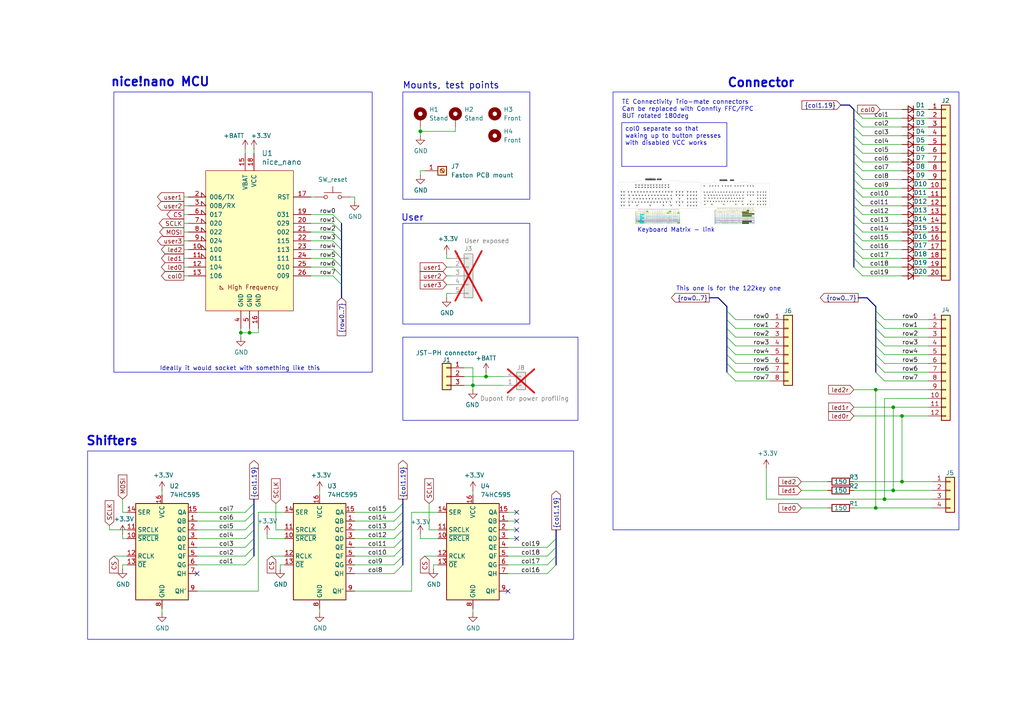
<source format=kicad_sch>
(kicad_sch (version 20250114) (generator "eeschema") (generator_version "9.0")
  (paper "A4")
  (title_block (title "Model K") (date "2025-06-15") (rev "0.8"))
  (rectangle (start 116.84 97.79) (end 167.64 121.92))
  (rectangle (start 177.8 26.67) (end 278.13 153.67))
  (rectangle (start 33.02 26.67) (end 107.95 107.95))
  (rectangle (start 116.84 64.77) (end 153.67 93.98))
  (rectangle (start 25.4 130.81) (end 166.37 185.42))
  (rectangle (start 116.84 26.67) (end 153.67 57.785))
  (text "Ideally it would socket with something like this" (at 69.596 106.934 0) (effects (font (size 1.27 1.27))))
  (text "Shifters" (at 32.512 128.016 0) (effects (font (size 2.54 2.54) (thickness 0.508) (bold yes))))
  (text "User" (at 119.634 63.246 0) (effects (font (size 1.905 1.905) (thickness 0.2381))))
  (text "Keyboard Matrix - link" (at 196.088 66.802 0) (effects (font (size 1.27 1.27))))
  (text "Mounts, test points" (at 130.81 24.892 0) (effects (font (size 1.905 1.905) (thickness 0.2381))))
  (text "TE Connectivity Trio-mate connectors\nCan be replaced with Connfly FFC/FPC\nBUT rotated 180deg" (at 180.34 31.75 0) (effects (font (size 1.27 1.27)) (justify left)))
  (text "Connector" (at 220.726 24.13 0) (effects (font (size 2.54 2.54) (thickness 0.508) (bold yes))))
  (text "nice!nano MCU" (at 46.482 23.876 0) (effects (font (size 2.54 2.54) (thickness 0.508) (bold yes))))
  (text "This one is for the 122key one" (at 211.328 83.82 0) (effects (font (size 1.27 1.27))))
  (text_box "col0 separate so that waking up to button presses with disabled VCC works" (at 180.34 35.56 0) (size 30.48 12.7) (margins 0.9525 0.9525 0.9525 0.9525) (effects (font (size 1.27 1.27)) (justify left top)))
  (junction (at 261.62 120.65))
  (junction (at 254 147.32))
  (junction (at 254 113.03))
  (junction (at 121.92 38.1))
  (junction (at 137.16 111.76))
  (junction (at 259.08 142.24))
  (junction (at 140.97 109.22))
  (junction (at 261.62 139.7))
  (junction (at 256.54 144.78))
  (junction (at 69.85 96.52))
  (junction (at 259.08 118.11))
  (junction (at 72.39 96.52))
  (no_connect (at 149.86 153.67))
  (no_connect (at 57.15 166.37))
  (no_connect (at 149.86 151.13))
  (no_connect (at 147.32 171.45))
  (no_connect (at 149.86 156.21))
  (no_connect (at 149.86 148.59))
  (bus_entry (at 247.65 36.83) (size 2.54 2.54))
  (bus_entry (at 247.65 64.77) (size 2.54 2.54))
  (bus_entry (at 161.29 156.21) (size -2.54 2.54))
  (bus_entry (at 73.66 151.13) (size -2.54 2.54))
  (bus_entry (at 116.84 163.83) (size -2.54 2.54))
  (bus_entry (at 99.06 74.93) (size -2.54 -2.54))
  (bus_entry (at 254 105.41) (size 2.54 2.54))
  (bus_entry (at 99.06 67.31) (size -2.54 -2.54))
  (bus_entry (at 254 95.25) (size 2.54 2.54))
  (bus_entry (at 116.84 156.21) (size -2.54 2.54))
  (bus_entry (at 254 102.87) (size 2.54 2.54))
  (bus_entry (at 247.65 67.31) (size 2.54 2.54))
  (bus_entry (at 210.82 100.33) (size 2.54 2.54))
  (bus_entry (at 247.65 34.29) (size 2.54 2.54))
  (bus_entry (at 247.65 69.85) (size 2.54 2.54))
  (bus_entry (at 73.66 158.75) (size -2.54 2.54))
  (bus_entry (at 254 97.79) (size 2.54 2.54))
  (bus_entry (at 116.84 161.29) (size -2.54 2.54))
  (bus_entry (at 99.06 69.85) (size -2.54 -2.54))
  (bus_entry (at 247.65 46.99) (size 2.54 2.54))
  (bus_entry (at 99.06 80.01) (size -2.54 -2.54))
  (bus_entry (at 116.84 153.67) (size -2.54 2.54))
  (bus_entry (at 73.66 148.59) (size -2.54 2.54))
  (bus_entry (at 247.65 31.75) (size 2.54 2.54))
  (bus_entry (at 247.65 57.15) (size 2.54 2.54))
  (bus_entry (at 99.0704 82.55) (size -2.54 -2.54))
  (bus_entry (at 161.29 161.29) (size -2.54 2.54))
  (bus_entry (at 116.84 151.13) (size -2.54 2.54))
  (bus_entry (at 247.65 52.07) (size 2.54 2.54))
  (bus_entry (at 73.66 153.67) (size -2.54 2.54))
  (bus_entry (at 247.65 41.91) (size 2.54 2.54))
  (bus_entry (at 116.84 148.59) (size -2.54 2.54))
  (bus_entry (at 210.82 102.87) (size 2.54 2.54))
  (bus_entry (at 210.82 92.71) (size 2.54 2.54))
  (bus_entry (at 247.65 59.69) (size 2.54 2.54))
  (bus_entry (at 247.65 72.39) (size 2.54 2.54))
  (bus_entry (at 254 92.71) (size 2.54 2.54))
  (bus_entry (at 210.82 105.41) (size 2.54 2.54))
  (bus_entry (at 210.82 95.25) (size 2.54 2.54))
  (bus_entry (at 254 90.17) (size 2.54 2.54))
  (bus_entry (at 247.65 54.61) (size 2.54 2.54))
  (bus_entry (at 73.66 146.05) (size -2.54 2.54))
  (bus_entry (at 99.06 72.39) (size -2.54 -2.54))
  (bus_entry (at 247.65 77.47) (size 2.54 2.54))
  (bus_entry (at 254 100.33) (size 2.54 2.54))
  (bus_entry (at 210.82 97.79) (size 2.54 2.54))
  (bus_entry (at 247.65 62.23) (size 2.54 2.54))
  (bus_entry (at 73.66 156.21) (size -2.54 2.54))
  (bus_entry (at 247.65 44.45) (size 2.54 2.54))
  (bus_entry (at 99.06 64.77) (size -2.54 -2.54))
  (bus_entry (at 247.65 39.37) (size 2.54 2.54))
  (bus_entry (at 116.84 146.05) (size -2.54 2.54))
  (bus_entry (at 161.29 163.83) (size -2.54 2.54))
  (bus_entry (at 210.82 90.17) (size 2.54 2.54))
  (bus_entry (at 247.65 49.53) (size 2.54 2.54))
  (bus_entry (at 99.06 77.47) (size -2.54 -2.54))
  (bus_entry (at 247.65 74.93) (size 2.54 2.54))
  (bus_entry (at 116.84 158.75) (size -2.54 2.54))
  (bus_entry (at 254 107.95) (size 2.54 2.54))
  (bus_entry (at 73.66 161.29) (size -2.54 2.54))
  (bus_entry (at 210.82 107.95) (size 2.54 2.54))
  (bus_entry (at 161.29 158.75) (size -2.54 2.54))
  (bus (pts (xy 254 100.33) (xy 254 102.87)))
  (wire (pts (xy 147.32 163.83) (xy 158.75 163.83)))
  (bus (pts (xy 247.65 54.61) (xy 247.65 57.15)))
  (wire (pts (xy 250.19 74.93) (xy 261.62 74.93)))
  (wire (pts (xy 259.08 118.11) (xy 259.08 142.24)))
  (bus (pts (xy 73.66 144.78) (xy 73.66 146.05)))
  (wire (pts (xy 90.17 57.15) (xy 91.44 57.15)))
  (wire (pts (xy 121.92 36.83) (xy 121.92 38.1)))
  (wire (pts (xy 250.19 41.91) (xy 261.62 41.91)))
  (wire (pts (xy 250.19 62.23) (xy 261.62 62.23)))
  (wire (pts (xy 54.61 77.47) (xy 53.34 77.47)))
  (wire (pts (xy 102.87 57.15) (xy 102.87 58.42)))
  (wire (pts (xy 90.17 72.39) (xy 96.52 72.39)))
  (bus (pts (xy 247.65 34.29) (xy 247.65 36.83)))
  (bus (pts (xy 247.65 52.07) (xy 247.65 54.61)))
  (wire (pts (xy 140.97 109.22) (xy 146.05 109.22)))
  (wire (pts (xy 72.39 95.25) (xy 72.39 96.52)))
  (bus (pts (xy 99.06 74.93) (xy 99.06 77.47)))
  (wire (pts (xy 259.08 118.11) (xy 269.24 118.11)))
  (wire (pts (xy 124.46 146.05) (xy 124.46 153.67)))
  (wire (pts (xy 255.27 31.75) (xy 261.62 31.75)))
  (wire (pts (xy 256.54 97.79) (xy 269.24 97.79)))
  (bus (pts (xy 247.65 39.37) (xy 247.65 41.91)))
  (wire (pts (xy 269.24 62.23) (xy 266.7 62.23)))
  (wire (pts (xy 90.17 74.93) (xy 96.52 74.93)))
  (wire (pts (xy 137.16 176.53) (xy 137.16 177.8)))
  (bus (pts (xy 210.82 90.17) (xy 210.82 92.71)))
  (wire (pts (xy 74.93 148.59) (xy 82.55 148.59)))
  (wire (pts (xy 57.15 148.59) (xy 71.12 148.59)))
  (bus (pts (xy 210.82 105.41) (xy 210.82 107.95)))
  (wire (pts (xy 247.65 120.65) (xy 261.62 120.65)))
  (wire (pts (xy 250.19 49.53) (xy 261.62 49.53)))
  (wire (pts (xy 269.24 46.99) (xy 266.7 46.99)))
  (wire (pts (xy 256.54 105.41) (xy 269.24 105.41)))
  (bus (pts (xy 99.06 67.31) (xy 99.06 69.85)))
  (wire (pts (xy 250.19 36.83) (xy 261.62 36.83)))
  (bus (pts (xy 247.65 62.23) (xy 247.65 64.77)))
  (wire (pts (xy 213.36 92.71) (xy 223.52 92.71)))
  (wire (pts (xy 147.32 161.29) (xy 158.75 161.29)))
  (wire (pts (xy 35.56 148.59) (xy 36.83 148.59)))
  (wire (pts (xy 269.24 31.75) (xy 266.7 31.75)))
  (wire (pts (xy 269.24 67.31) (xy 266.7 67.31)))
  (bus (pts (xy 247.65 67.31) (xy 247.65 69.85)))
  (bus (pts (xy 247.65 59.69) (xy 247.65 62.23)))
  (wire (pts (xy 119.38 148.59) (xy 127 148.59)))
  (wire (pts (xy 33.02 161.29) (xy 36.83 161.29)))
  (wire (pts (xy 254 147.32) (xy 270.51 147.32)))
  (bus (pts (xy 205.74 86.36) (xy 208.28 86.36)))
  (wire (pts (xy 130.81 80.01) (xy 129.54 80.01)))
  (wire (pts (xy 250.19 80.01) (xy 261.62 80.01)))
  (wire (pts (xy 114.3 151.13) (xy 102.87 151.13)))
  (bus (pts (xy 243.84 30.48) (xy 246.38 30.48)))
  (wire (pts (xy 129.54 74.93) (xy 130.81 74.93)))
  (wire (pts (xy 147.32 153.67) (xy 149.86 153.67)))
  (wire (pts (xy 73.66 43.18) (xy 73.66 44.45)))
  (bus (pts (xy 210.82 97.79) (xy 210.82 100.33)))
  (wire (pts (xy 53.34 64.77) (xy 54.61 64.77)))
  (wire (pts (xy 114.3 161.29) (xy 102.87 161.29)))
  (wire (pts (xy 256.54 110.49) (xy 269.24 110.49)))
  (wire (pts (xy 102.87 171.45) (xy 119.38 171.45)))
  (wire (pts (xy 266.7 44.45) (xy 269.24 44.45)))
  (wire (pts (xy 256.54 115.57) (xy 269.24 115.57)))
  (bus (pts (xy 210.82 92.71) (xy 210.82 95.25)))
  (wire (pts (xy 259.08 142.24) (xy 270.51 142.24)))
  (bus (pts (xy 254 88.9) (xy 251.46 86.36)))
  (wire (pts (xy 247.65 147.32) (xy 254 147.32)))
  (wire (pts (xy 147.32 166.37) (xy 158.75 166.37)))
  (bus (pts (xy 99.06 77.47) (xy 99.06 80.01)))
  (wire (pts (xy 213.36 95.25) (xy 223.52 95.25)))
  (wire (pts (xy 114.3 156.21) (xy 102.87 156.21)))
  (wire (pts (xy 213.36 100.33) (xy 223.52 100.33)))
  (wire (pts (xy 130.81 82.55) (xy 129.54 82.55)))
  (wire (pts (xy 247.65 139.7) (xy 261.62 139.7)))
  (wire (pts (xy 69.85 97.79) (xy 69.85 96.52)))
  (wire (pts (xy 129.54 85.09) (xy 130.81 85.09)))
  (wire (pts (xy 90.17 80.01) (xy 96.5304 80.01)))
  (wire (pts (xy 92.71 176.53) (xy 92.71 177.8)))
  (bus (pts (xy 99.06 80.01) (xy 99.06 86.36)))
  (wire (pts (xy 123.19 161.29) (xy 127 161.29)))
  (wire (pts (xy 250.19 77.47) (xy 261.62 77.47)))
  (wire (pts (xy 82.55 163.83) (xy 81.28 163.83)))
  (wire (pts (xy 213.36 110.49) (xy 223.52 110.49)))
  (wire (pts (xy 53.34 59.69) (xy 54.61 59.69)))
  (wire (pts (xy 147.32 148.59) (xy 149.86 148.59)))
  (wire (pts (xy 240.03 142.24) (xy 232.41 142.24)))
  (bus (pts (xy 247.65 44.45) (xy 247.65 46.99)))
  (bus (pts (xy 116.84 156.21) (xy 116.84 158.75)))
  (wire (pts (xy 121.92 156.21) (xy 127 156.21)))
  (wire (pts (xy 53.34 69.85) (xy 54.61 69.85)))
  (wire (pts (xy 256.54 144.78) (xy 270.51 144.78)))
  (wire (pts (xy 125.73 163.83) (xy 125.73 165.1)))
  (wire (pts (xy 147.32 158.75) (xy 158.75 158.75)))
  (wire (pts (xy 269.24 57.15) (xy 266.7 57.15)))
  (wire (pts (xy 57.15 151.13) (xy 71.12 151.13)))
  (wire (pts (xy 69.85 96.52) (xy 69.85 95.25)))
  (bus (pts (xy 247.65 41.91) (xy 247.65 44.45)))
  (wire (pts (xy 90.17 69.85) (xy 96.52 69.85)))
  (wire (pts (xy 121.92 50.8) (xy 121.92 49.53)))
  (wire (pts (xy 35.56 144.78) (xy 35.56 148.59)))
  (wire (pts (xy 90.17 67.31) (xy 96.52 67.31)))
  (bus (pts (xy 116.84 161.29) (xy 116.84 163.83)))
  (bus (pts (xy 161.29 156.21) (xy 161.29 158.75)))
  (wire (pts (xy 261.62 139.7) (xy 270.51 139.7)))
  (wire (pts (xy 247.65 142.24) (xy 259.08 142.24)))
  (wire (pts (xy 147.32 151.13) (xy 149.86 151.13)))
  (wire (pts (xy 114.3 148.59) (xy 102.87 148.59)))
  (wire (pts (xy 72.39 96.52) (xy 69.85 96.52)))
  (wire (pts (xy 80.01 146.05) (xy 80.01 153.67)))
  (wire (pts (xy 46.99 142.24) (xy 46.99 143.51)))
  (wire (pts (xy 250.19 69.85) (xy 261.62 69.85)))
  (wire (pts (xy 35.56 163.83) (xy 35.56 165.1)))
  (bus (pts (xy 247.65 72.39) (xy 247.65 74.93)))
  (wire (pts (xy 266.7 39.37) (xy 269.24 39.37)))
  (wire (pts (xy 134.62 109.22) (xy 140.97 109.22)))
  (bus (pts (xy 116.84 144.78) (xy 116.84 146.05)))
  (wire (pts (xy 31.75 153.67) (xy 36.83 153.67)))
  (wire (pts (xy 147.32 156.21) (xy 149.86 156.21)))
  (wire (pts (xy 266.7 64.77) (xy 269.24 64.77)))
  (wire (pts (xy 232.41 139.7) (xy 240.03 139.7)))
  (wire (pts (xy 261.62 120.65) (xy 261.62 139.7)))
  (bus (pts (xy 116.84 146.05) (xy 116.84 148.59)))
  (wire (pts (xy 53.34 67.31) (xy 54.61 67.31)))
  (wire (pts (xy 247.65 118.11) (xy 259.08 118.11)))
  (wire (pts (xy 213.36 105.41) (xy 223.52 105.41)))
  (wire (pts (xy 57.15 171.45) (xy 74.93 171.45)))
  (wire (pts (xy 266.7 74.93) (xy 269.24 74.93)))
  (bus (pts (xy 210.82 100.33) (xy 210.82 102.87)))
  (bus (pts (xy 73.66 156.21) (xy 73.66 158.75)))
  (wire (pts (xy 266.7 59.69) (xy 269.24 59.69)))
  (wire (pts (xy 57.15 156.21) (xy 71.12 156.21)))
  (bus (pts (xy 210.82 88.9) (xy 210.82 90.17)))
  (bus (pts (xy 247.65 36.83) (xy 247.65 39.37)))
  (wire (pts (xy 250.19 52.07) (xy 261.62 52.07)))
  (bus (pts (xy 254 90.17) (xy 254 92.71)))
  (wire (pts (xy 74.93 96.52) (xy 72.39 96.52)))
  (wire (pts (xy 35.56 163.83) (xy 36.83 163.83)))
  (wire (pts (xy 119.38 171.45) (xy 119.38 148.59)))
  (wire (pts (xy 121.92 154.94) (xy 121.92 156.21)))
  (wire (pts (xy 137.16 106.68) (xy 134.62 106.68)))
  (wire (pts (xy 53.34 62.23) (xy 54.61 62.23)))
  (bus (pts (xy 254 92.71) (xy 254 95.25)))
  (wire (pts (xy 247.65 113.03) (xy 254 113.03)))
  (wire (pts (xy 250.19 44.45) (xy 261.62 44.45)))
  (wire (pts (xy 250.19 72.39) (xy 261.62 72.39)))
  (bus (pts (xy 99.06 72.39) (xy 99.06 74.93)))
  (bus (pts (xy 73.66 148.59) (xy 73.66 151.13)))
  (bus (pts (xy 161.29 161.29) (xy 161.29 163.83)))
  (wire (pts (xy 256.54 102.87) (xy 269.24 102.87)))
  (wire (pts (xy 140.97 107.95) (xy 140.97 109.22)))
  (wire (pts (xy 269.24 36.83) (xy 266.7 36.83)))
  (wire (pts (xy 250.19 64.77) (xy 261.62 64.77)))
  (wire (pts (xy 129.54 74.93) (xy 129.54 73.66)))
  (bus (pts (xy 73.66 158.75) (xy 73.66 161.29)))
  (wire (pts (xy 250.19 54.61) (xy 261.62 54.61)))
  (wire (pts (xy 57.15 163.83) (xy 71.12 163.83)))
  (wire (pts (xy 256.54 115.57) (xy 256.54 144.78)))
  (wire (pts (xy 124.46 153.67) (xy 127 153.67)))
  (bus (pts (xy 73.66 151.13) (xy 73.66 153.67)))
  (wire (pts (xy 71.12 43.18) (xy 71.12 44.45)))
  (wire (pts (xy 254 113.03) (xy 254 147.32)))
  (wire (pts (xy 266.7 80.01) (xy 269.24 80.01)))
  (wire (pts (xy 114.3 166.37) (xy 102.87 166.37)))
  (bus (pts (xy 247.65 49.53) (xy 247.65 52.07)))
  (wire (pts (xy 269.24 52.07) (xy 266.7 52.07)))
  (bus (pts (xy 210.82 95.25) (xy 210.82 97.79)))
  (wire (pts (xy 127 163.83) (xy 125.73 163.83)))
  (bus (pts (xy 254 95.25) (xy 254 97.79)))
  (wire (pts (xy 35.56 156.21) (xy 36.83 156.21)))
  (wire (pts (xy 114.3 153.67) (xy 102.87 153.67)))
  (bus (pts (xy 247.65 74.93) (xy 247.65 77.47)))
  (wire (pts (xy 35.56 154.94) (xy 35.56 156.21)))
  (wire (pts (xy 132.08 38.1) (xy 121.92 38.1)))
  (wire (pts (xy 53.34 80.01) (xy 54.61 80.01)))
  (wire (pts (xy 266.7 49.53) (xy 269.24 49.53)))
  (wire (pts (xy 114.3 163.83) (xy 102.87 163.83)))
  (wire (pts (xy 57.15 161.29) (xy 71.12 161.29)))
  (wire (pts (xy 266.7 72.39) (xy 269.24 72.39)))
  (bus (pts (xy 254 88.9) (xy 254 90.17)))
  (wire (pts (xy 134.62 111.76) (xy 137.16 111.76)))
  (wire (pts (xy 77.47 156.21) (xy 82.55 156.21)))
  (wire (pts (xy 213.36 97.79) (xy 223.52 97.79)))
  (wire (pts (xy 101.6 57.15) (xy 102.87 57.15)))
  (wire (pts (xy 129.54 77.47) (xy 130.81 77.47)))
  (wire (pts (xy 53.34 72.39) (xy 54.61 72.39)))
  (wire (pts (xy 129.54 86.36) (xy 129.54 85.09)))
  (bus (pts (xy 247.65 34.29) (xy 247.65 31.75)))
  (bus (pts (xy 210.82 88.9) (xy 208.28 86.36)))
  (wire (pts (xy 250.19 57.15) (xy 261.62 57.15)))
  (wire (pts (xy 137.16 111.76) (xy 146.05 111.76)))
  (bus (pts (xy 248.92 86.36) (xy 251.46 86.36)))
  (bus (pts (xy 210.82 102.87) (xy 210.82 105.41)))
  (wire (pts (xy 31.75 152.4) (xy 31.75 153.67)))
  (wire (pts (xy 256.54 100.33) (xy 269.24 100.33)))
  (bus (pts (xy 116.84 151.13) (xy 116.84 153.67)))
  (wire (pts (xy 46.99 176.53) (xy 46.99 177.8)))
  (wire (pts (xy 53.34 57.15) (xy 54.61 57.15)))
  (wire (pts (xy 256.54 95.25) (xy 269.24 95.25)))
  (bus (pts (xy 247.65 64.77) (xy 247.65 67.31)))
  (wire (pts (xy 80.01 153.67) (xy 82.55 153.67)))
  (bus (pts (xy 247.65 46.99) (xy 247.65 49.53)))
  (wire (pts (xy 81.28 163.83) (xy 81.28 165.1)))
  (wire (pts (xy 90.17 77.47) (xy 96.52 77.47)))
  (wire (pts (xy 222.25 144.78) (xy 256.54 144.78)))
  (wire (pts (xy 132.08 36.83) (xy 132.08 38.1)))
  (wire (pts (xy 261.62 120.65) (xy 269.24 120.65)))
  (wire (pts (xy 57.15 153.67) (xy 71.12 153.67)))
  (wire (pts (xy 266.7 54.61) (xy 269.24 54.61)))
  (bus (pts (xy 73.66 153.67) (xy 73.66 156.21)))
  (wire (pts (xy 254 113.03) (xy 269.24 113.03)))
  (bus (pts (xy 161.29 153.67) (xy 161.29 156.21)))
  (wire (pts (xy 269.24 41.91) (xy 266.7 41.91)))
  (bus (pts (xy 73.66 148.59) (xy 73.66 146.05)))
  (wire (pts (xy 266.7 34.29) (xy 269.24 34.29)))
  (wire (pts (xy 250.19 39.37) (xy 261.62 39.37)))
  (bus (pts (xy 99.06 64.77) (xy 99.06 67.31)))
  (wire (pts (xy 266.7 77.47) (xy 269.24 77.47)))
  (wire (pts (xy 250.19 59.69) (xy 261.62 59.69)))
  (wire (pts (xy 57.15 158.75) (xy 71.12 158.75)))
  (wire (pts (xy 250.19 46.99) (xy 261.62 46.99)))
  (wire (pts (xy 232.41 147.32) (xy 240.03 147.32)))
  (wire (pts (xy 137.16 142.24) (xy 137.16 143.51)))
  (wire (pts (xy 256.54 107.95) (xy 269.24 107.95)))
  (bus (pts (xy 116.84 158.75) (xy 116.84 161.29)))
  (bus (pts (xy 116.84 148.59) (xy 116.84 151.13)))
  (wire (pts (xy 77.47 154.94) (xy 77.47 156.21)))
  (wire (pts (xy 213.36 107.95) (xy 223.52 107.95)))
  (bus (pts (xy 254 102.87) (xy 254 105.41)))
  (bus (pts (xy 254 105.41) (xy 254 107.95)))
  (bus (pts (xy 247.65 57.15) (xy 247.65 59.69)))
  (wire (pts (xy 90.17 62.23) (xy 96.52 62.23)))
  (wire (pts (xy 121.92 39.37) (xy 121.92 38.1)))
  (wire (pts (xy 137.16 113.03) (xy 137.16 111.76)))
  (bus (pts (xy 254 97.79) (xy 254 100.33)))
  (wire (pts (xy 114.3 158.75) (xy 102.87 158.75)))
  (bus (pts (xy 247.65 69.85) (xy 247.65 72.39)))
  (wire (pts (xy 250.19 67.31) (xy 261.62 67.31)))
  (wire (pts (xy 222.25 135.89) (xy 222.25 144.78)))
  (wire (pts (xy 78.74 161.29) (xy 82.55 161.29)))
  (wire (pts (xy 266.7 69.85) (xy 269.24 69.85)))
  (wire (pts (xy 74.93 171.45) (xy 74.93 148.59)))
  (bus (pts (xy 247.65 31.75) (xy 246.38 30.48)))
  (wire (pts (xy 256.54 92.71) (xy 269.24 92.71)))
  (bus (pts (xy 99.06 69.85) (xy 99.06 72.39)))
  (wire (pts (xy 54.61 74.93) (xy 53.34 74.93)))
  (bus (pts (xy 116.84 153.67) (xy 116.84 156.21)))
  (wire (pts (xy 137.16 111.76) (xy 137.16 106.68)))
  (wire (pts (xy 121.92 49.53) (xy 123.19 49.53)))
  (bus (pts (xy 161.29 158.75) (xy 161.29 161.29)))
  (wire (pts (xy 92.71 142.24) (xy 92.71 143.51)))
  (wire (pts (xy 213.36 102.87) (xy 223.52 102.87)))
  (wire (pts (xy 74.93 95.25) (xy 74.93 96.52)))
  (wire (pts (xy 90.17 64.77) (xy 96.52 64.77)))
  (wire (pts (xy 250.19 34.29) (xy 261.62 34.29)))
  (image (at 191.008 58.166) (scale 0.279361))
  (image (at 213.36 58.42) (scale 0.230554))
  (label "row3" (at 218.44 100.33 0))
  (label "row6" (at 261.62 107.95 0))
  (label "row7" (at 261.62 110.49 0))
  (label "col10" (at 257.81 57.15 180))
  (label "col16" (at 257.81 72.39 180))
  (label "col2" (at 63.5 161.29 0))
  (label "col4" (at 63.5 156.21 0))
  (label "row4" (at 261.62 102.87 0))
  (label "row2" (at 92.71 67.31 0))
  (label "row7" (at 92.71 80.01 0))
  (label "row1" (at 261.62 95.25 0))
  (label "col17" (at 151.13 163.83 0))
  (label "row3" (at 261.62 100.33 0))
  (label "col12" (at 257.81 62.23 180))
  (label "row4" (at 218.44 102.87 0))
  (label "col18" (at 151.13 161.29 0))
  (label "row5" (at 92.71 74.93 0))
  (label "col8" (at 106.68 166.37 0))
  (label "col1" (at 257.81 34.29 180))
  (label "col15" (at 106.68 148.59 0))
  (label "col4" (at 257.81 41.91 180))
  (label "col8" (at 257.81 52.07 180))
  (label "col3" (at 257.81 39.37 180))
  (label "col12" (at 106.68 156.21 0))
  (label "row6" (at 218.44 107.95 0))
  (label "col11" (at 106.68 158.75 0))
  (label "row0" (at 92.71 62.23 0))
  (label "col9" (at 257.81 54.61 180))
  (label "row5" (at 218.44 105.41 0))
  (label "col6" (at 63.5 151.13 0))
  (label "col5" (at 257.81 44.45 180))
  (label "col6" (at 257.81 46.99 180))
  (label "col14" (at 106.68 151.13 0))
  (label "row5" (at 261.62 105.41 0))
  (label "col19" (at 151.13 158.75 0))
  (label "row2" (at 218.44 97.79 0))
  (label "row4" (at 92.71 72.39 0))
  (label "row2" (at 261.62 97.79 0))
  (label "col2" (at 257.81 36.83 180))
  (label "row6" (at 92.71 77.47 0))
  (label "col1" (at 63.5 163.83 0))
  (label "row7" (at 218.44 110.49 0))
  (label "col3" (at 63.5 158.75 0))
  (label "row1" (at 218.44 95.25 0))
  (label "col17" (at 257.81 74.93 180))
  (label "col14" (at 257.81 67.31 180))
  (label "row0" (at 261.62 92.71 0))
  (label "col11" (at 257.81 59.69 180))
  (label "col19" (at 257.81 80.01 180))
  (label "col7" (at 257.81 49.53 180))
  (label "row1" (at 92.71 64.77 0))
  (label "col18" (at 257.81 77.47 180))
  (label "col15" (at 257.81 69.85 180))
  (label "col7" (at 63.5 148.59 0))
  (label "col10" (at 106.68 161.29 0))
  (label "row0" (at 218.44 92.71 0))
  (label "col5" (at 63.5 153.67 0))
  (label "col9" (at 106.68 163.83 0))
  (label "col16" (at 151.13 166.37 0))
  (label "col13" (at 106.68 153.67 0))
  (label "row3" (at 92.71 69.85 0))
  (label "col13" (at 257.81 64.77 180))
  (global_label "led0r" (shape input) (at 247.65 120.65 180) (property "Intersheetrefs" "${INTERSHEET_REFS}" (effects (hide yes))))
  (global_label "col0" (shape input) (at 255.27 31.75 180) (property "Intersheetrefs" "${INTERSHEET_REFS}" (effects (hide yes))))
  (global_label "user3" (shape output) (at 53.34 69.85 180) (property "Intersheetrefs" "${INTERSHEET_REFS}" (effects (hide yes))))
  (global_label "led2" (shape output) (at 53.34 72.39 180) (property "Intersheetrefs" "${INTERSHEET_REFS}" (effects (hide yes))))
  (global_label "led0" (shape input) (at 232.41 147.32 180) (property "Intersheetrefs" "${INTERSHEET_REFS}" (effects (hide yes))))
  (global_label "MOSI" (shape input) (at 35.56 144.78 90) (property "Intersheetrefs" "${INTERSHEET_REFS}" (effects (hide yes))))
  (global_label "{col1.19}" (shape output) (at 116.84 144.78 90) (property "Intersheetrefs" "${INTERSHEET_REFS}" (effects (hide yes))))
  (global_label "{row0..7}" (shape output) (at 205.74 86.36 180) (property "Intersheetrefs" "${INTERSHEET_REFS}" (effects (hide yes))))
  (global_label "user3" (shape input) (at 129.54 82.55 180) (property "Intersheetrefs" "${INTERSHEET_REFS}" (effects (hide yes))))
  (global_label "SCLK" (shape output) (at 53.34 64.77 180) (property "Intersheetrefs" "${INTERSHEET_REFS}" (effects (hide yes))))
  (global_label "{col1.19}" (shape input) (at 243.84 30.48 180) (property "Intersheetrefs" "${INTERSHEET_REFS}" (effects (hide yes))))
  (global_label "led2r" (shape input) (at 247.65 113.03 180) (property "Intersheetrefs" "${INTERSHEET_REFS}" (effects (hide yes))))
  (global_label "MOSI" (shape output) (at 53.34 67.31 180) (property "Intersheetrefs" "${INTERSHEET_REFS}" (effects (hide yes))))
  (global_label "user1" (shape output) (at 53.34 57.15 180) (property "Intersheetrefs" "${INTERSHEET_REFS}" (effects (hide yes))))
  (global_label "SCLK" (shape input) (at 124.46 146.05 90) (property "Intersheetrefs" "${INTERSHEET_REFS}" (effects (hide yes))))
  (global_label "{row0..7}" (shape input) (at 99.06 86.36 270) (property "Intersheetrefs" "${INTERSHEET_REFS}" (effects (hide yes))))
  (global_label "led2" (shape input) (at 232.41 139.7 180) (property "Intersheetrefs" "${INTERSHEET_REFS}" (effects (hide yes))))
  (global_label "CS" (shape input) (at 78.74 161.29 270) (property "Intersheetrefs" "${INTERSHEET_REFS}" (effects (hide yes))))
  (global_label "user2" (shape output) (at 53.34 59.69 180) (property "Intersheetrefs" "${INTERSHEET_REFS}" (effects (hide yes))))
  (global_label "led1" (shape input) (at 232.41 142.24 180) (property "Intersheetrefs" "${INTERSHEET_REFS}" (effects (hide yes))))
  (global_label "CS" (shape input) (at 33.02 161.29 270) (property "Intersheetrefs" "${INTERSHEET_REFS}" (effects (hide yes))))
  (global_label "{col1.19}" (shape output) (at 73.66 144.78 90) (property "Intersheetrefs" "${INTERSHEET_REFS}" (effects (hide yes))))
  (global_label "led0" (shape output) (at 53.34 77.47 180) (property "Intersheetrefs" "${INTERSHEET_REFS}" (effects (hide yes))))
  (global_label "{col1.19}" (shape output) (at 161.29 153.67 90) (property "Intersheetrefs" "${INTERSHEET_REFS}" (effects (hide yes))))
  (global_label "col0" (shape output) (at 53.34 80.01 180) (property "Intersheetrefs" "${INTERSHEET_REFS}" (effects (hide yes))))
  (global_label "led1r" (shape input) (at 247.65 118.11 180) (property "Intersheetrefs" "${INTERSHEET_REFS}" (effects (hide yes))))
  (global_label "{row0..7}" (shape output) (at 248.92 86.36 180) (property "Intersheetrefs" "${INTERSHEET_REFS}" (effects (hide yes))))
  (global_label "SCLK" (shape input) (at 31.75 152.4 90) (property "Intersheetrefs" "${INTERSHEET_REFS}" (effects (hide yes))))
  (global_label "user1" (shape input) (at 129.54 77.47 180) (property "Intersheetrefs" "${INTERSHEET_REFS}" (effects (hide yes))))
  (global_label "user2" (shape input) (at 129.54 80.01 180) (property "Intersheetrefs" "${INTERSHEET_REFS}" (effects (hide yes))))
  (global_label "led1" (shape output) (at 53.34 74.93 180) (property "Intersheetrefs" "${INTERSHEET_REFS}" (effects (hide yes))))
  (global_label "SCLK" (shape input) (at 80.01 146.05 90) (property "Intersheetrefs" "${INTERSHEET_REFS}" (effects (hide yes))))
  (global_label "CS" (shape output) (at 53.34 62.23 180) (property "Intersheetrefs" "${INTERSHEET_REFS}" (effects (hide yes))))
  (global_label "CS" (shape input) (at 123.19 161.29 270) (property "Intersheetrefs" "${INTERSHEET_REFS}" (effects (hide yes))))
  (symbol (lib_id "Connector_Generic:Conn_01x04") (at 275.59 142.24 0) (unit 1)
    (property "Reference" "J5" (at 274.32 137.16 0) (effects (justify left)))
    (property "Value" "Conn_01x04" (effects (hide yes)))
    (property "Footprint" "Library:ffc-leds4" (effects (hide yes)))
  )
  (symbol (lib_id "Device:R") (at 243.84 147.32 270) (unit 1)
    (property "Reference" "R1" (at 247.65 146.05 90))
    (property "Value" "150" (at 243.84 147.32 90))
    (property "Footprint" "Resistor_THT:R_Axial_DIN0207_L6.3mm_D2.5mm_P10.16mm_Horizontal" (effects (hide yes)))
    (property "LCSC" "C17408" (effects (hide yes)))
  )
  (symbol (lib_id "Device:R") (at 243.84 142.24 270) (unit 1)
    (property "Reference" "R2" (at 247.65 140.97 90))
    (property "Value" "150" (at 243.84 142.24 90))
    (property "Footprint" "Resistor_THT:R_Axial_DIN0207_L6.3mm_D2.5mm_P10.16mm_Horizontal" (effects (hide yes)))
    (property "LCSC" "C17408" (effects (hide yes)))
  )
  (symbol (lib_id "Device:R") (at 243.84 139.7 270) (unit 1)
    (property "Reference" "R3" (at 247.65 138.43 90))
    (property "Value" "150" (at 243.84 139.7 90))
    (property "Footprint" "Resistor_THT:R_Axial_DIN0207_L6.3mm_D2.5mm_P10.16mm_Horizontal" (effects (hide yes)))
    (property "LCSC" "C17408" (effects (hide yes)))
  )
  (symbol (lib_id "power:+3.3V") (at 222.25 135.89 0) (unit 1)
    (property "Reference" "#PWR010" (effects (hide yes)))
    (property "Value" "+3.3V" (at 222.631 131.4958 0))
  )
  (symbol (lib_id "Connector_Generic:Conn_01x12") (at 274.32 105.41 0) (unit 1)
    (property "Reference" "J4" (at 273.05 89.916 0) (effects (justify left)))
    (property "Value" "Conn_01x12" (effects (hide yes)))
    (property "Footprint" "Library:ffc-rows12" (effects (hide yes)))
  )
  (symbol (lib_id "power:GND") (at 121.92 50.8 0) (unit 1)
    (property "Reference" "#PWR05" (effects (hide yes)))
    (property "Value" "GND" (at 122.047 55.1942 0))
  )
  (symbol (lib_id "Connector_Generic:Conn_01x05") (at 135.89 80.01 0) (unit 1) (in_bom no) (dnp yes)
    (property "Reference" "J3" (at 134.62 72.136 0) (effects (justify left)))
    (property "Value" "User exposed" (at 134.62 69.85 0) (effects (justify left)))
    (property "Footprint" "Connector_PinHeader_2.54mm:PinHeader_1x05_P2.54mm_Vertical" (effects (hide yes)))
    (property "Description" "Generic connector, single row, 01x05, script generated (kicad-library-utils/schlib/autogen/connector/)" (effects (hide yes)))
  )
  (symbol (lib_id "Device:D_Small") (at 264.16 49.53 180) (unit 1)
    (property "Reference" "D8" (at 266.954 48.26 0))
    (property "Value" "D_Small" (effects (hide yes)))
    (property "Footprint" "Library:DO-35 smaller" (effects (hide yes)))
    (property "Description" "Diode, small symbol" (effects (hide yes)))
    (property "Sim.Device" "D" (effects (hide yes)))
    (property "Sim.Pins" "1=K 2=A" (effects (hide yes)))
  )
  (symbol (lib_id "Connector_Generic:Conn_01x03") (at 129.54 109.22 0) (mirror y) (unit 1)
    (property "Reference" "J1" (at 129.54 104.394 0))
    (property "Value" "JST-PH connector" (at 129.54 102.362 0))
    (property "Footprint" "Connector_JST:JST_PH_B3B-PH-K_1x03_P2.00mm_Vertical" (effects (hide yes)))
    (property "Description" "Generic connector, single row, 01x03, script generated (kicad-library-utils/schlib/autogen/connector/)" (effects (hide yes)))
  )
  (symbol (lib_id "Device:D_Small") (at 264.16 31.75 180) (unit 1)
    (property "Reference" "D1" (at 266.954 30.48 0))
    (property "Value" "D_Small" (effects (hide yes)))
    (property "Footprint" "Library:DO-35 smaller" (effects (hide yes)))
    (property "Description" "Diode, small symbol" (effects (hide yes)))
    (property "Sim.Device" "D" (effects (hide yes)))
    (property "Sim.Pins" "1=K 2=A" (effects (hide yes)))
  )
  (symbol (lib_id "power:+3.3V") (at 137.16 142.24 0) (unit 1)
    (property "Reference" "#PWR013" (effects (hide yes)))
    (property "Value" "+3.3V" (at 137.541 137.8458 0))
  )
  (symbol (lib_id "Device:D_Small") (at 264.16 74.93 180) (unit 1)
    (property "Reference" "D18" (at 266.954 73.66 0))
    (property "Value" "D_Small" (effects (hide yes)))
    (property "Footprint" "Library:DO-35 smaller" (effects (hide yes)))
    (property "Description" "Diode, small symbol" (effects (hide yes)))
    (property "Sim.Device" "D" (effects (hide yes)))
    (property "Sim.Pins" "1=K 2=A" (effects (hide yes)))
  )
  (symbol (lib_id "Device:D_Small") (at 264.16 77.47 180) (unit 1)
    (property "Reference" "D19" (at 266.954 76.2 0))
    (property "Value" "D_Small" (effects (hide yes)))
    (property "Footprint" "Library:DO-35 smaller" (effects (hide yes)))
    (property "Description" "Diode, small symbol" (effects (hide yes)))
    (property "Sim.Device" "D" (effects (hide yes)))
    (property "Sim.Pins" "1=K 2=A" (effects (hide yes)))
  )
  (symbol (lib_id "Device:D_Small") (at 264.16 80.01 180) (unit 1)
    (property "Reference" "D20" (at 266.954 78.74 0))
    (property "Value" "D_Small" (effects (hide yes)))
    (property "Footprint" "Library:DO-35 smaller" (effects (hide yes)))
    (property "Description" "Diode, small symbol" (effects (hide yes)))
    (property "Sim.Device" "D" (effects (hide yes)))
    (property "Sim.Pins" "1=K 2=A" (effects (hide yes)))
  )
  (symbol (lib_id "Switch:SW_Push") (at 96.52 57.15 0) (mirror y) (unit 1)
    (property "Reference" "SW1" (effects (hide yes)))
    (property "Value" "SW_reset" (at 96.52 52.07 0))
    (property "Footprint" "Button_Switch_THT:SW_PUSH_1P1T_6x3.5mm_H4.3_APEM_MJTP1243" (effects (hide yes)))
    (property "Datasheet" "https://42keebs.eu/shop/parts/components/reset-switch/?attribute_type=Through-hole%202-pin%206x3&attribute_pa_colour=black" (effects (hide yes)))
    (property "Description" "Push button switch, generic, two pins" (effects (hide yes)))
  )
  (symbol (lib_id "Device:D_Small") (at 264.16 59.69 180) (unit 1)
    (property "Reference" "D12" (at 266.954 58.42 0))
    (property "Value" "D_Small" (effects (hide yes)))
    (property "Footprint" "Library:DO-35 smaller" (effects (hide yes)))
    (property "Description" "Diode, small symbol" (effects (hide yes)))
    (property "Sim.Device" "D" (effects (hide yes)))
    (property "Sim.Pins" "1=K 2=A" (effects (hide yes)))
  )
  (symbol (lib_id "power:+3.3V") (at 77.47 154.94 0) (unit 1)
    (property "Reference" "#PWR015" (effects (hide yes)))
    (property "Value" "+3.3V" (at 77.47 151.13 0))
  )
  (symbol (lib_id "Device:D_Small") (at 264.16 57.15 180) (unit 1)
    (property "Reference" "D11" (at 266.954 55.88 0))
    (property "Value" "D_Small" (effects (hide yes)))
    (property "Footprint" "Library:DO-35 smaller" (effects (hide yes)))
    (property "Description" "Diode, small symbol" (effects (hide yes)))
    (property "Sim.Device" "D" (effects (hide yes)))
    (property "Sim.Pins" "1=K 2=A" (effects (hide yes)))
  )
  (symbol (lib_id "Device:D_Small") (at 264.16 44.45 180) (unit 1)
    (property "Reference" "D6" (at 266.954 43.18 0))
    (property "Value" "D_Small" (effects (hide yes)))
    (property "Footprint" "Library:DO-35 smaller" (effects (hide yes)))
    (property "Description" "Diode, small symbol" (effects (hide yes)))
    (property "Sim.Device" "D" (effects (hide yes)))
    (property "Sim.Pins" "1=K 2=A" (effects (hide yes)))
  )
  (symbol (lib_id "power:+3.3V") (at 92.71 142.24 0) (unit 1)
    (property "Reference" "#PWR012" (effects (hide yes)))
    (property "Value" "+3.3V" (at 93.091 137.8458 0))
  )
  (symbol (lib_id "Device:D_Small") (at 264.16 46.99 180) (unit 1)
    (property "Reference" "D7" (at 266.954 45.72 0))
    (property "Value" "D_Small" (effects (hide yes)))
    (property "Footprint" "Library:DO-35 smaller" (effects (hide yes)))
    (property "Description" "Diode, small symbol" (effects (hide yes)))
    (property "Sim.Device" "D" (effects (hide yes)))
    (property "Sim.Pins" "1=K 2=A" (effects (hide yes)))
  )
  (symbol (lib_id "power:+3.3V") (at 129.54 73.66 0) (unit 1)
    (property "Reference" "#PWR07" (effects (hide yes)))
    (property "Value" "+3.3V" (at 129.921 69.2658 0))
  )
  (symbol (lib_id "Connector_Generic:Conn_01x08") (at 228.6 100.33 0) (unit 1)
    (property "Reference" "J6" (at 227.33 90.17 0) (effects (justify left)))
    (property "Value" "Conn_01x08" (effects (hide yes)))
    (property "Footprint" "Library:ffc-rows8" (effects (hide yes)))
    (property "Description" "Generic connector, single row, 01x08, script generated (kicad-library-utils/schlib/autogen/connector/)" (effects (hide yes)))
  )
  (symbol (lib_id "Device:D_Small") (at 264.16 34.29 180) (unit 1)
    (property "Reference" "D2" (at 266.954 33.02 0))
    (property "Value" "D_Small" (effects (hide yes)))
    (property "Footprint" "Library:DO-35 smaller" (effects (hide yes)))
    (property "Description" "Diode, small symbol" (effects (hide yes)))
    (property "Sim.Device" "D" (effects (hide yes)))
    (property "Sim.Pins" "1=K 2=A" (effects (hide yes)))
  )
  (symbol (lib_id "power:GND") (at 46.99 177.8 0) (unit 1)
    (property "Reference" "#PWR020" (effects (hide yes)))
    (property "Value" "GND" (at 47.117 182.1942 0))
  )
  (symbol (lib_id "power:+3.3V") (at 73.66 43.18 0) (unit 1)
    (property "Reference" "#PWR03" (effects (hide yes)))
    (property "Value" "+3.3V" (at 75.692 39.37 0))
  )
  (symbol (lib_id "power:GND") (at 102.87 58.42 0) (unit 1)
    (property "Reference" "#PWR06" (effects (hide yes)))
    (property "Value" "GND" (at 102.997 62.8142 0))
  )
  (symbol (lib_id "Device:D_Small") (at 264.16 36.83 180) (unit 1)
    (property "Reference" "D3" (at 266.954 35.56 0))
    (property "Value" "D_Small" (effects (hide yes)))
    (property "Footprint" "Library:DO-35 smaller" (effects (hide yes)))
    (property "Description" "Diode, small symbol" (effects (hide yes)))
    (property "Sim.Device" "D" (effects (hide yes)))
    (property "Sim.Pins" "1=K 2=A" (effects (hide yes)))
  )
  (symbol (lib_id "Device:D_Small") (at 264.16 72.39 180) (unit 1)
    (property "Reference" "D17" (at 266.954 71.12 0))
    (property "Value" "D_Small" (effects (hide yes)))
    (property "Footprint" "Library:DO-35 smaller" (effects (hide yes)))
    (property "Description" "Diode, small symbol" (effects (hide yes)))
    (property "Sim.Device" "D" (effects (hide yes)))
    (property "Sim.Pins" "1=K 2=A" (effects (hide yes)))
  )
  (symbol (lib_id "Connector_Generic:Conn_01x02") (at 151.13 111.76 0) (mirror x) (unit 1) (in_bom no) (dnp yes)
    (property "Reference" "J8" (at 149.86 106.68 0) (effects (justify left)))
    (property "Value" "Dupont for power profiling" (at 139.192 115.57 0) (effects (justify left)))
    (property "Footprint" "Library:BatteryHeader" (effects (hide yes)))
    (property "Description" "Generic connector, single row, 01x02, script generated (kicad-library-utils/schlib/autogen/connector/)" (effects (hide yes)))
  )
  (symbol (lib_id "power:GND") (at 129.54 86.36 0) (unit 1)
    (property "Reference" "#PWR08" (effects (hide yes)))
    (property "Value" "GND" (at 129.667 90.7542 0))
  )
  (symbol (lib_id "Device:D_Small") (at 264.16 54.61 180) (unit 1)
    (property "Reference" "D10" (at 266.954 53.34 0))
    (property "Value" "D_Small" (effects (hide yes)))
    (property "Footprint" "Library:DO-35 smaller" (effects (hide yes)))
    (property "Description" "Diode, small symbol" (effects (hide yes)))
    (property "Sim.Device" "D" (effects (hide yes)))
    (property "Sim.Pins" "1=K 2=A" (effects (hide yes)))
  )
  (symbol (lib_id "Mechanical:MountingHole_Pad") (at 132.08 34.29 0) (unit 1) (in_bom no)
    (property "Reference" "H2" (at 134.62 31.7499 0) (effects (justify left)))
    (property "Value" "Stand" (at 134.62 34.2899 0) (effects (justify left)))
    (property "Footprint" "MountingHole:MountingHole_4mm_Pad_Via" (effects (hide yes)))
    (property "Description" "Mounting Hole with connection" (effects (hide yes)))
  )
  (symbol (lib_id "power:+BATT") (at 71.12 43.18 0) (unit 1)
    (property "Reference" "#PWR023" (effects (hide yes)))
    (property "Value" "+BATT" (at 67.818 39.37 0))
    (property "Description" "Power symbol creates a global label with name \"+BATT\"" (effects (hide yes)))
  )
  (symbol (lib_id "74xx:74HC595") (at 137.16 158.75 0) (unit 1)
    (property "Reference" "U4" (at 139.3541 140.97 0) (effects (justify left)))
    (property "Value" "74HC595" (at 139.3541 143.51 0) (effects (justify left)))
    (property "Footprint" "Library:DIP-16-74HC595" (effects (hide yes)))
    (property "Datasheet" "http://www.ti.com/lit/ds/symlink/sn74hc595.pdf" (effects (hide yes)))
    (property "Description" "8-bit serial in/out Shift Register 3-State Outputs" (effects (hide yes)))
  )
  (symbol (lib_id "Mechanical:MountingHole_Pad") (at 121.92 34.29 0) (unit 1) (in_bom no)
    (property "Reference" "H1" (at 124.46 31.7499 0) (effects (justify left)))
    (property "Value" "Stand" (at 124.46 34.2899 0) (effects (justify left)))
    (property "Footprint" "MountingHole:MountingHole_4mm_Pad_Via" (effects (hide yes)))
    (property "Description" "Mounting Hole with connection" (effects (hide yes)))
  )
  (symbol (lib_id "Device:D_Small") (at 264.16 62.23 180) (unit 1)
    (property "Reference" "D13" (at 266.954 60.96 0))
    (property "Value" "D_Small" (effects (hide yes)))
    (property "Footprint" "Library:DO-35 smaller" (effects (hide yes)))
    (property "Description" "Diode, small symbol" (effects (hide yes)))
    (property "Sim.Device" "D" (effects (hide yes)))
    (property "Sim.Pins" "1=K 2=A" (effects (hide yes)))
  )
  (symbol (lib_id "power:GND") (at 81.28 165.1 0) (unit 1)
    (property "Reference" "#PWR018" (effects (hide yes)))
    (property "Value" "GND" (at 81.407 169.4942 0))
  )
  (symbol (lib_id "Connector_Generic:Conn_01x20") (at 274.32 54.61 0) (unit 1)
    (property "Reference" "J2" (at 273.05 29.21 0) (effects (justify left)))
    (property "Value" "Conn_01x20" (effects (hide yes)))
    (property "Footprint" "Library:ffc-cols20" (effects (hide yes)))
  )
  (symbol (lib_id "Mechanical:MountingHole") (at 143.51 33.02 0) (unit 1) (in_bom no)
    (property "Reference" "H3" (at 146.05 31.7499 0) (effects (justify left)))
    (property "Value" "Front" (at 146.05 34.2899 0) (effects (justify left)))
    (property "Footprint" "Library:Hole 3.5mm" (effects (hide yes)))
    (property "Description" "Mounting Hole without connection" (effects (hide yes)))
  )
  (symbol (lib_id "Device:D_Small") (at 264.16 39.37 180) (unit 1)
    (property "Reference" "D4" (at 266.954 38.1 0))
    (property "Value" "D_Small" (effects (hide yes)))
    (property "Footprint" "Library:DO-35 smaller" (effects (hide yes)))
    (property "Description" "Diode, small symbol" (effects (hide yes)))
    (property "Sim.Device" "D" (effects (hide yes)))
    (property "Sim.Pins" "1=K 2=A" (effects (hide yes)))
  )
  (symbol (lib_id "power:+3.3V") (at 121.92 154.94 0) (unit 1)
    (property "Reference" "#PWR016" (effects (hide yes)))
    (property "Value" "+3.3V" (at 121.92 151.384 0))
  )
  (symbol (lib_id "Device:D_Small") (at 264.16 67.31 180) (unit 1)
    (property "Reference" "D15" (at 266.954 66.04 0))
    (property "Value" "D_Small" (effects (hide yes)))
    (property "Footprint" "Library:DO-35 smaller" (effects (hide yes)))
    (property "Description" "Diode, small symbol" (effects (hide yes)))
    (property "Sim.Device" "D" (effects (hide yes)))
    (property "Sim.Pins" "1=K 2=A" (effects (hide yes)))
  )
  (symbol (lib_id "Device:D_Small") (at 264.16 64.77 180) (unit 1)
    (property "Reference" "D14" (at 266.954 63.5 0))
    (property "Value" "D_Small" (effects (hide yes)))
    (property "Footprint" "Library:DO-35 smaller" (effects (hide yes)))
    (property "Description" "Diode, small symbol" (effects (hide yes)))
    (property "Sim.Device" "D" (effects (hide yes)))
    (property "Sim.Pins" "1=K 2=A" (effects (hide yes)))
  )
  (symbol (lib_id "power:GND") (at 125.73 165.1 0) (unit 1)
    (property "Reference" "#PWR019" (effects (hide yes)))
    (property "Value" "GND" (at 125.857 169.4942 0))
  )
  (symbol (lib_id "power:+3.3V") (at 35.56 154.94 0) (unit 1)
    (property "Reference" "#PWR014" (effects (hide yes)))
    (property "Value" "+3.3V" (at 35.941 150.5458 0))
  )
  (symbol (lib_id "Connector:Screw_Terminal_01x01") (at 128.27 49.53 0) (unit 1)
    (property "Reference" "J7" (at 130.81 48.2599 0) (effects (justify left)))
    (property "Value" "Faston PCB mount" (at 130.81 50.7999 0) (effects (justify left)))
    (property "Footprint" "Library:faston-mount" (effects (hide yes)))
    (property "Datasheet" "https://www.gme.cz/v/1500147/dj6116-63x08-faston-do-dps-63mm" (effects (hide yes)))
    (property "Description" "Generic screw terminal, single row, 01x01, script generated (kicad-library-utils/schlib/autogen/connector/)" (effects (hide yes)))
  )
  (symbol (lib_id "nice:nice_nano") (at 72.39 68.58 0) (unit 1)
    (property "Reference" "U1" (at 75.8541 44.45 0) (effects (font (size 1.524 1.524)) (justify left)))
    (property "Value" "nice_nano" (at 75.8541 46.99 0) (effects (font (size 1.524 1.524)) (justify left)))
    (property "Footprint" "Library:nice_nano" (effects (hide yes)))
    (property "Datasheet" "https://nicekeyboards.com/docs/nice-nano/pinout-schematic" (effects (hide yes)))
  )
  (symbol (lib_id "74xx:74HC595") (at 46.99 158.75 0) (unit 1)
    (property "Reference" "U2" (at 49.1841 140.97 0) (effects (justify left)))
    (property "Value" "74HC595" (at 49.1841 143.51 0) (effects (justify left)))
    (property "Footprint" "Library:DIP-16-74HC595" (effects (hide yes)))
    (property "Datasheet" "http://www.ti.com/lit/ds/symlink/sn74hc595.pdf" (effects (hide yes)))
    (property "Description" "8-bit serial in/out Shift Register 3-State Outputs" (effects (hide yes)))
  )
  (symbol (lib_id "power:GND") (at 121.92 39.37 0) (unit 1)
    (property "Reference" "#PWR04" (effects (hide yes)))
    (property "Value" "GND" (at 122.047 43.7642 0))
  )
  (symbol (lib_id "power:+BATT") (at 140.97 107.95 0) (unit 1)
    (property "Reference" "#PWR01" (effects (hide yes)))
    (property "Value" "+BATT" (at 140.97 103.886 0))
    (property "Description" "Power symbol creates a global label with name \"+BATT\"" (effects (hide yes)))
  )
  (symbol (lib_id "power:+3.3V") (at 46.99 142.24 0) (unit 1)
    (property "Reference" "#PWR011" (effects (hide yes)))
    (property "Value" "+3.3V" (at 47.371 137.8458 0))
  )
  (symbol (lib_id "power:GND") (at 137.16 113.03 0) (mirror y) (unit 1)
    (property "Reference" "#PWR02" (effects (hide yes)))
    (property "Value" "GND" (at 137.033 117.4242 0))
  )
  (symbol (lib_id "power:GND") (at 69.85 97.79 0) (unit 1)
    (property "Reference" "#PWR09" (effects (hide yes)))
    (property "Value" "GND" (at 69.977 102.1842 0))
  )
  (symbol (lib_id "Device:D_Small") (at 264.16 41.91 180) (unit 1)
    (property "Reference" "D5" (at 266.954 40.64 0))
    (property "Value" "D_Small" (effects (hide yes)))
    (property "Footprint" "Library:DO-35 smaller" (effects (hide yes)))
    (property "Description" "Diode, small symbol" (effects (hide yes)))
    (property "Sim.Device" "D" (effects (hide yes)))
    (property "Sim.Pins" "1=K 2=A" (effects (hide yes)))
  )
  (symbol (lib_id "power:GND") (at 92.71 177.8 0) (unit 1)
    (property "Reference" "#PWR021" (effects (hide yes)))
    (property "Value" "GND" (at 92.837 182.1942 0))
  )
  (symbol (lib_id "power:GND") (at 35.56 165.1 0) (unit 1)
    (property "Reference" "#PWR017" (effects (hide yes)))
    (property "Value" "GND" (at 35.687 169.4942 0))
  )
  (symbol (lib_id "power:GND") (at 137.16 177.8 0) (unit 1)
    (property "Reference" "#PWR022" (effects (hide yes)))
    (property "Value" "GND" (at 137.287 182.1942 0))
  )
  (symbol (lib_id "74xx:74HC595") (at 92.71 158.75 0) (unit 1)
    (property "Reference" "U3" (at 94.9041 140.97 0) (effects (justify left)))
    (property "Value" "74HC595" (at 94.9041 143.51 0) (effects (justify left)))
    (property "Footprint" "Library:DIP-16-74HC595" (effects (hide yes)))
    (property "Datasheet" "http://www.ti.com/lit/ds/symlink/sn74hc595.pdf" (effects (hide yes)))
    (property "Description" "8-bit serial in/out Shift Register 3-State Outputs" (effects (hide yes)))
  )
  (symbol (lib_id "Device:D_Small") (at 264.16 52.07 180) (unit 1)
    (property "Reference" "D9" (at 266.954 50.8 0))
    (property "Value" "D_Small" (effects (hide yes)))
    (property "Footprint" "Library:DO-35 smaller" (effects (hide yes)))
    (property "Description" "Diode, small symbol" (effects (hide yes)))
    (property "Sim.Device" "D" (effects (hide yes)))
    (property "Sim.Pins" "1=K 2=A" (effects (hide yes)))
  )
  (symbol (lib_id "Device:D_Small") (at 264.16 69.85 180) (unit 1)
    (property "Reference" "D16" (at 266.954 68.58 0))
    (property "Value" "D_Small" (effects (hide yes)))
    (property "Footprint" "Library:DO-35 smaller" (effects (hide yes)))
    (property "Description" "Diode, small symbol" (effects (hide yes)))
    (property "Sim.Device" "D" (effects (hide yes)))
    (property "Sim.Pins" "1=K 2=A" (effects (hide yes)))
  )
  (symbol (lib_id "Mechanical:MountingHole") (at 143.51 39.37 0) (unit 1) (in_bom no)
    (property "Reference" "H4" (at 146.05 38.0999 0) (effects (justify left)))
    (property "Value" "Front" (at 146.05 40.6399 0) (effects (justify left)))
    (property "Footprint" "Library:Hole 3.5mm" (effects (hide yes)))
    (property "Description" "Mounting Hole without connection" (effects (hide yes)))
  )
)
</source>
